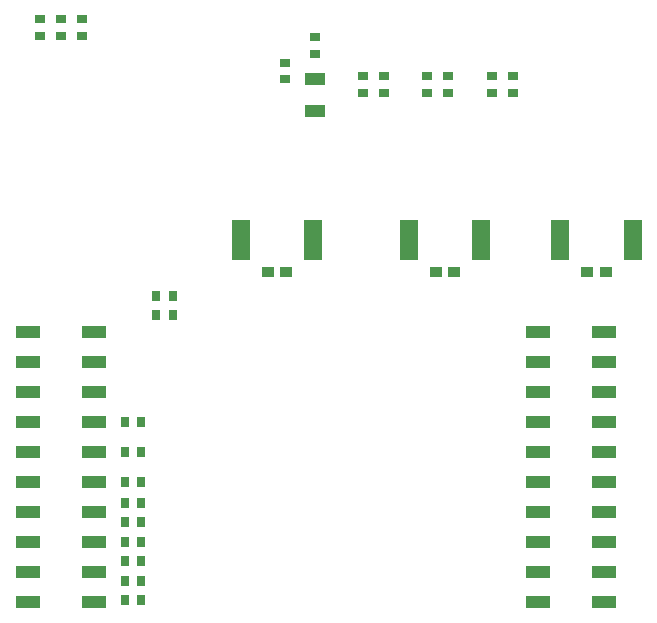
<source format=gbp>
%FSLAX25Y25*%
%MOIN*%
G70*
G01*
G75*
G04 Layer_Color=128*
%ADD10R,0.02500X0.04200*%
%ADD11R,0.02362X0.05906*%
%ADD12R,0.08500X0.10799*%
%ADD13R,0.07874X0.16142*%
%ADD14R,0.06299X0.12598*%
%ADD15R,0.20472X0.19685*%
%ADD16R,0.03000X0.05000*%
%ADD17R,0.06000X0.05000*%
%ADD18R,0.10000X0.06500*%
%ADD19R,0.04000X0.01500*%
%ADD20R,0.01100X0.05800*%
%ADD21R,0.25197X0.14173*%
%ADD22R,0.03347X0.03150*%
%ADD23R,0.03150X0.03347*%
%ADD24R,0.05512X0.04331*%
%ADD25R,0.04331X0.10236*%
%ADD26R,0.10236X0.04331*%
%ADD27C,0.01000*%
%ADD28C,0.02000*%
%ADD29C,0.10000*%
%ADD30C,0.06890*%
%ADD31R,0.06890X0.06890*%
%ADD32C,0.02500*%
%ADD33R,0.01000X0.01000*%
%ADD34R,0.07874X0.03937*%
%ADD35R,0.05906X0.13780*%
%ADD36R,0.03937X0.03740*%
%ADD37R,0.01000X0.01000*%
%ADD38R,0.06890X0.04331*%
%ADD39C,0.00984*%
%ADD40C,0.00787*%
%ADD41C,0.00700*%
%ADD42C,0.00600*%
%ADD43C,0.00300*%
%ADD44R,0.02000X0.16400*%
%ADD45R,0.20600X0.19813*%
%ADD46R,0.03300X0.05300*%
%ADD47R,0.02900X0.04600*%
%ADD48R,0.02762X0.06306*%
%ADD49R,0.08900X0.11199*%
%ADD50R,0.08274X0.16542*%
%ADD51R,0.06699X0.12998*%
%ADD52R,0.06400X0.05400*%
%ADD53R,0.10400X0.06900*%
%ADD54R,0.04400X0.01900*%
%ADD55R,0.01500X0.06200*%
%ADD56R,0.25597X0.14573*%
%ADD57R,0.03747X0.03550*%
%ADD58R,0.03550X0.03747*%
%ADD59R,0.05912X0.04731*%
%ADD60R,0.04731X0.10636*%
%ADD61R,0.10636X0.04731*%
%ADD62C,0.07290*%
%ADD63R,0.07290X0.07290*%
%ADD64R,0.08200X0.04263*%
%ADD65R,0.06306X0.14179*%
%ADD66R,0.04337X0.04140*%
%ADD67R,0.07290X0.04731*%
%ADD68R,0.08137X0.04200*%
D22*
X99500Y199244D02*
D03*
Y204756D02*
D03*
X18000Y219256D02*
D03*
Y213744D02*
D03*
X109500Y207744D02*
D03*
Y213256D02*
D03*
X32000Y219256D02*
D03*
Y213744D02*
D03*
X25000Y213744D02*
D03*
Y219256D02*
D03*
X132500Y200256D02*
D03*
Y194744D02*
D03*
X125500Y200256D02*
D03*
Y194744D02*
D03*
X154000Y200256D02*
D03*
Y194744D02*
D03*
X147000Y200256D02*
D03*
Y194744D02*
D03*
X175500Y200256D02*
D03*
Y194744D02*
D03*
X168500Y200256D02*
D03*
Y194744D02*
D03*
D23*
X62256Y120500D02*
D03*
X56744D02*
D03*
X62256Y127000D02*
D03*
X56744D02*
D03*
X46244Y25500D02*
D03*
X51756D02*
D03*
X46244Y38500D02*
D03*
X51756D02*
D03*
X46244Y51500D02*
D03*
X51756D02*
D03*
X46244Y58000D02*
D03*
X51756D02*
D03*
X46244Y45000D02*
D03*
X51756D02*
D03*
X46244Y32000D02*
D03*
X51756D02*
D03*
X46244Y85000D02*
D03*
X51756D02*
D03*
X46244Y75000D02*
D03*
X51756D02*
D03*
X46244Y65000D02*
D03*
X51756D02*
D03*
D35*
X140992Y145500D02*
D03*
X165008D02*
D03*
X191492D02*
D03*
X215508D02*
D03*
X84992D02*
D03*
X109008D02*
D03*
D36*
X149850Y135000D02*
D03*
X156150D02*
D03*
X93850D02*
D03*
X100150D02*
D03*
X200350D02*
D03*
X206650D02*
D03*
D38*
X109500Y199315D02*
D03*
Y188685D02*
D03*
D68*
X13950Y25000D02*
D03*
X36050D02*
D03*
X13950Y35000D02*
D03*
X36050D02*
D03*
X13950Y45000D02*
D03*
X36050D02*
D03*
X13950Y55000D02*
D03*
X36050D02*
D03*
X13950Y65000D02*
D03*
X36050D02*
D03*
X13950Y75000D02*
D03*
X36050D02*
D03*
X13950Y85000D02*
D03*
X36050D02*
D03*
X13950Y95000D02*
D03*
X36050D02*
D03*
X13950Y105000D02*
D03*
X36050D02*
D03*
X13950Y115000D02*
D03*
X36050D02*
D03*
X183950Y25000D02*
D03*
X206050D02*
D03*
X183950Y35000D02*
D03*
X206050D02*
D03*
X183950Y45000D02*
D03*
X206050D02*
D03*
X183950Y55000D02*
D03*
X206050D02*
D03*
X183950Y65000D02*
D03*
X206050D02*
D03*
X183950Y75000D02*
D03*
X206050D02*
D03*
X183950Y85000D02*
D03*
X206050D02*
D03*
X183950Y95000D02*
D03*
X206050D02*
D03*
X183950Y105000D02*
D03*
X206050D02*
D03*
X183950Y115000D02*
D03*
X206050D02*
D03*
M02*

</source>
